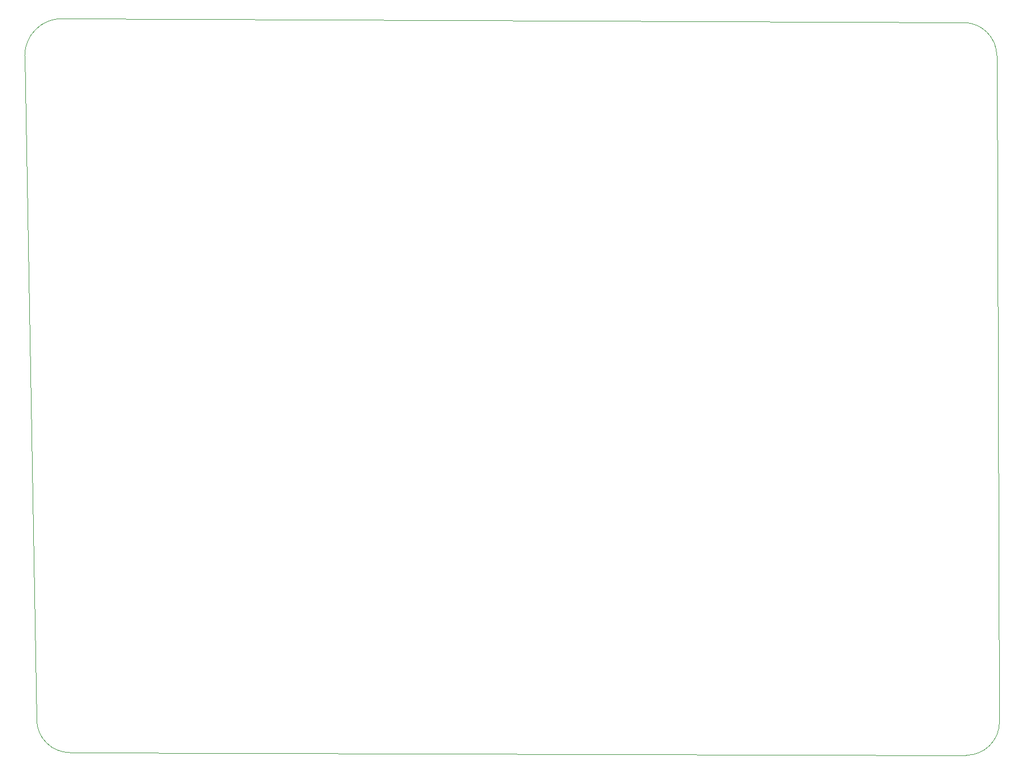
<source format=gbr>
%TF.GenerationSoftware,KiCad,Pcbnew,9.0.0*%
%TF.CreationDate,2025-03-23T18:58:35+01:00*%
%TF.ProjectId,PCB_Ampli,5043425f-416d-4706-9c69-2e6b69636164,rev?*%
%TF.SameCoordinates,Original*%
%TF.FileFunction,Profile,NP*%
%FSLAX46Y46*%
G04 Gerber Fmt 4.6, Leading zero omitted, Abs format (unit mm)*
G04 Created by KiCad (PCBNEW 9.0.0) date 2025-03-23 18:58:35*
%MOMM*%
%LPD*%
G01*
G04 APERTURE LIST*
%TA.AperFunction,Profile*%
%ADD10C,0.100000*%
%TD*%
G04 APERTURE END LIST*
D10*
X23000000Y-38200000D02*
X24800000Y-138000000D01*
X164200000Y-33200000D02*
X28600000Y-32600000D01*
X169600000Y-138400000D02*
X169200000Y-38200000D01*
X29800000Y-143000000D02*
X164600000Y-143400000D01*
X29800000Y-143000000D02*
G75*
G02*
X24800000Y-138000000I0J5000000D01*
G01*
X23000000Y-38200000D02*
G75*
G02*
X28600000Y-32600000I5600000J0D01*
G01*
X164200000Y-33200000D02*
G75*
G02*
X169200000Y-38200000I0J-5000000D01*
G01*
X169600000Y-138400000D02*
G75*
G02*
X164600000Y-143400000I-5000000J0D01*
G01*
M02*

</source>
